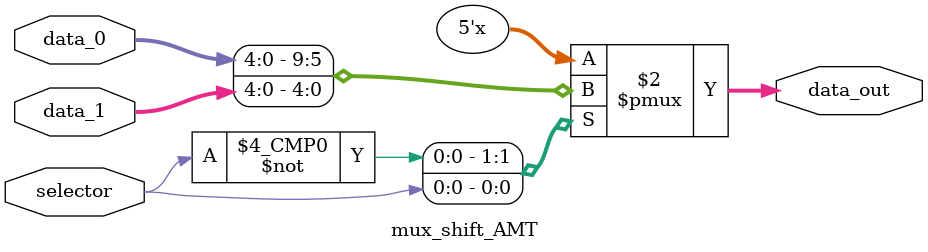
<source format=v>
module mux_shift_AMT (
  input                     selector,
  input     wire    [31:0]   data_0,
  input     wire    [4:0]   data_1,
  output    reg    [4:0]   data_out
);

    always @(*) begin
        case (selector)
            5'b00000: data_out = data_0;
            5'b00001: data_out = data_1;
        endcase
    end

endmodule
</source>
